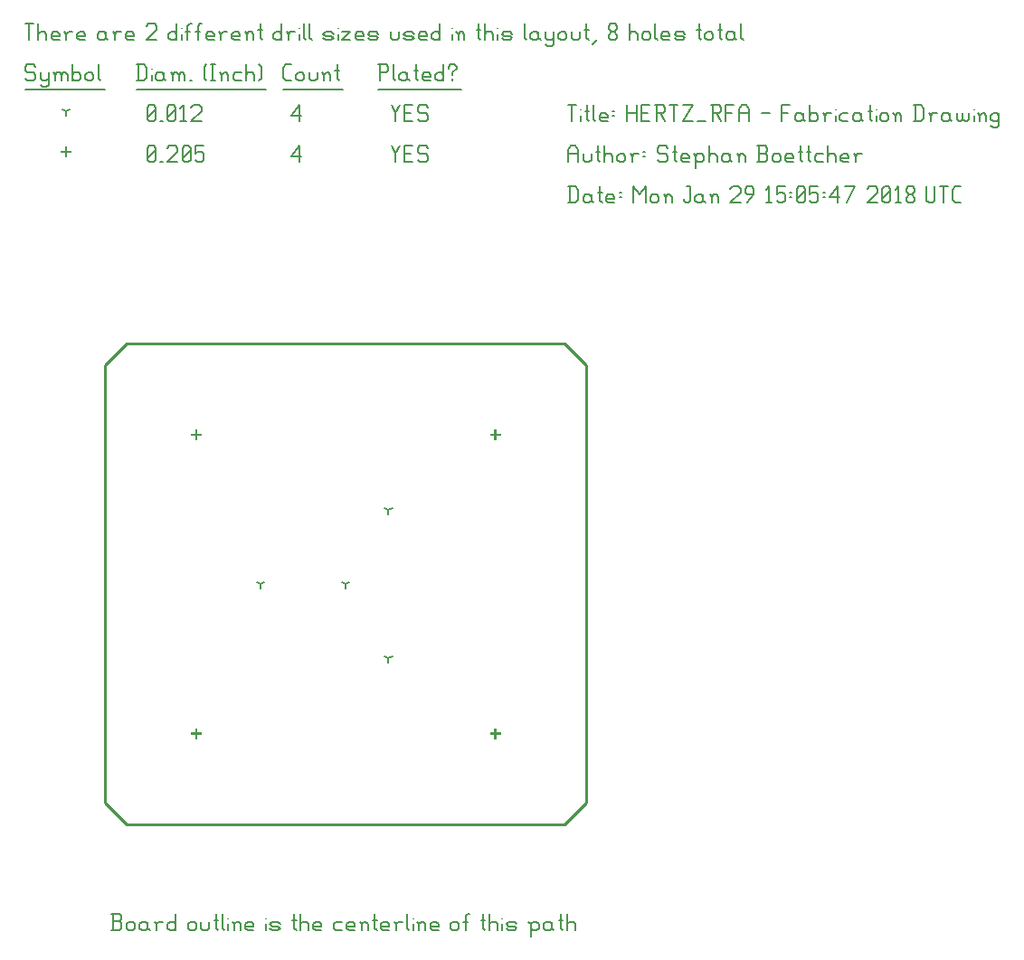
<source format=gbr>
G04 start of page 9 for group -3984 idx -3984 *
G04 Title: HERTZ_RFA, fab *
G04 Creator: pcb v4.0.2-gafeb62a8 *
G04 CreationDate: Mon Jan 29 15:05:47 2018 UTC *
G04 For: stephan *
G04 Format: Gerber/RS-274X *
G04 PCB-Dimensions (mil): 2362.20 2362.20 *
G04 PCB-Coordinate-Origin: lower left *
%MOIN*%
%FSLAX25Y25*%
%LNFAB*%
%ADD33C,0.0100*%
%ADD32C,0.0075*%
%ADD31C,0.0060*%
%ADD30R,0.0080X0.0080*%
G54D30*X62992Y174828D02*Y171628D01*
X61392Y173228D02*X64592D01*
X173228Y174828D02*Y171628D01*
X171628Y173228D02*X174828D01*
X62992Y64592D02*Y61392D01*
X61392Y62992D02*X64592D01*
X173228Y64592D02*Y61392D01*
X171628Y62992D02*X174828D01*
X15000Y279070D02*Y275870D01*
X13400Y277470D02*X16600D01*
G54D31*X135000Y279720D02*X136500Y276720D01*
X138000Y279720D01*
X136500Y276720D02*Y273720D01*
X139800Y277020D02*X142050D01*
X139800Y273720D02*X142800D01*
X139800Y279720D02*Y273720D01*
Y279720D02*X142800D01*
X147600D02*X148350Y278970D01*
X145350Y279720D02*X147600D01*
X144600Y278970D02*X145350Y279720D01*
X144600Y278970D02*Y277470D01*
X145350Y276720D01*
X147600D01*
X148350Y275970D01*
Y274470D01*
X147600Y273720D02*X148350Y274470D01*
X145350Y273720D02*X147600D01*
X144600Y274470D02*X145350Y273720D01*
X98000Y275970D02*X101000Y279720D01*
X98000Y275970D02*X101750D01*
X101000Y279720D02*Y273720D01*
X45000Y274470D02*X45750Y273720D01*
X45000Y278970D02*Y274470D01*
Y278970D02*X45750Y279720D01*
X47250D01*
X48000Y278970D01*
Y274470D01*
X47250Y273720D02*X48000Y274470D01*
X45750Y273720D02*X47250D01*
X45000Y275220D02*X48000Y278220D01*
X49800Y273720D02*X50550D01*
X52350Y278970D02*X53100Y279720D01*
X55350D01*
X56100Y278970D01*
Y277470D01*
X52350Y273720D02*X56100Y277470D01*
X52350Y273720D02*X56100D01*
X57900Y274470D02*X58650Y273720D01*
X57900Y278970D02*Y274470D01*
Y278970D02*X58650Y279720D01*
X60150D01*
X60900Y278970D01*
Y274470D01*
X60150Y273720D02*X60900Y274470D01*
X58650Y273720D02*X60150D01*
X57900Y275220D02*X60900Y278220D01*
X62700Y279720D02*X65700D01*
X62700D02*Y276720D01*
X63450Y277470D01*
X64950D01*
X65700Y276720D01*
Y274470D01*
X64950Y273720D02*X65700Y274470D01*
X63450Y273720D02*X64950D01*
X62700Y274470D02*X63450Y273720D01*
X118110Y118110D02*Y116510D01*
Y118110D02*X119497Y118910D01*
X118110Y118110D02*X116724Y118910D01*
X86614Y118110D02*Y116510D01*
Y118110D02*X88001Y118910D01*
X86614Y118110D02*X85228Y118910D01*
X133858Y145386D02*Y143786D01*
Y145386D02*X135245Y146186D01*
X133858Y145386D02*X132472Y146186D01*
X133858Y90835D02*Y89235D01*
Y90835D02*X135245Y91635D01*
X133858Y90835D02*X132472Y91635D01*
X15000Y292470D02*Y290870D01*
Y292470D02*X16387Y293270D01*
X15000Y292470D02*X13613Y293270D01*
X135000Y294720D02*X136500Y291720D01*
X138000Y294720D01*
X136500Y291720D02*Y288720D01*
X139800Y292020D02*X142050D01*
X139800Y288720D02*X142800D01*
X139800Y294720D02*Y288720D01*
Y294720D02*X142800D01*
X147600D02*X148350Y293970D01*
X145350Y294720D02*X147600D01*
X144600Y293970D02*X145350Y294720D01*
X144600Y293970D02*Y292470D01*
X145350Y291720D01*
X147600D01*
X148350Y290970D01*
Y289470D01*
X147600Y288720D02*X148350Y289470D01*
X145350Y288720D02*X147600D01*
X144600Y289470D02*X145350Y288720D01*
X98000Y290970D02*X101000Y294720D01*
X98000Y290970D02*X101750D01*
X101000Y294720D02*Y288720D01*
X45000Y289470D02*X45750Y288720D01*
X45000Y293970D02*Y289470D01*
Y293970D02*X45750Y294720D01*
X47250D01*
X48000Y293970D01*
Y289470D01*
X47250Y288720D02*X48000Y289470D01*
X45750Y288720D02*X47250D01*
X45000Y290220D02*X48000Y293220D01*
X49800Y288720D02*X50550D01*
X52350Y289470D02*X53100Y288720D01*
X52350Y293970D02*Y289470D01*
Y293970D02*X53100Y294720D01*
X54600D01*
X55350Y293970D01*
Y289470D01*
X54600Y288720D02*X55350Y289470D01*
X53100Y288720D02*X54600D01*
X52350Y290220D02*X55350Y293220D01*
X57150Y293520D02*X58350Y294720D01*
Y288720D01*
X57150D02*X59400D01*
X61200Y293970D02*X61950Y294720D01*
X64200D01*
X64950Y293970D01*
Y292470D01*
X61200Y288720D02*X64950Y292470D01*
X61200Y288720D02*X64950D01*
X3000Y309720D02*X3750Y308970D01*
X750Y309720D02*X3000D01*
X0Y308970D02*X750Y309720D01*
X0Y308970D02*Y307470D01*
X750Y306720D01*
X3000D01*
X3750Y305970D01*
Y304470D01*
X3000Y303720D02*X3750Y304470D01*
X750Y303720D02*X3000D01*
X0Y304470D02*X750Y303720D01*
X5550Y306720D02*Y304470D01*
X6300Y303720D01*
X8550Y306720D02*Y302220D01*
X7800Y301470D02*X8550Y302220D01*
X6300Y301470D02*X7800D01*
X5550Y302220D02*X6300Y301470D01*
Y303720D02*X7800D01*
X8550Y304470D01*
X11100Y305970D02*Y303720D01*
Y305970D02*X11850Y306720D01*
X12600D01*
X13350Y305970D01*
Y303720D01*
Y305970D02*X14100Y306720D01*
X14850D01*
X15600Y305970D01*
Y303720D01*
X10350Y306720D02*X11100Y305970D01*
X17400Y309720D02*Y303720D01*
Y304470D02*X18150Y303720D01*
X19650D01*
X20400Y304470D01*
Y305970D02*Y304470D01*
X19650Y306720D02*X20400Y305970D01*
X18150Y306720D02*X19650D01*
X17400Y305970D02*X18150Y306720D01*
X22200Y305970D02*Y304470D01*
Y305970D02*X22950Y306720D01*
X24450D01*
X25200Y305970D01*
Y304470D01*
X24450Y303720D02*X25200Y304470D01*
X22950Y303720D02*X24450D01*
X22200Y304470D02*X22950Y303720D01*
X27000Y309720D02*Y304470D01*
X27750Y303720D01*
X0Y300470D02*X29250D01*
X41750Y309720D02*Y303720D01*
X43700Y309720D02*X44750Y308670D01*
Y304770D01*
X43700Y303720D02*X44750Y304770D01*
X41000Y303720D02*X43700D01*
X41000Y309720D02*X43700D01*
G54D32*X46550Y308220D02*Y308070D01*
G54D31*Y305970D02*Y303720D01*
X50300Y306720D02*X51050Y305970D01*
X48800Y306720D02*X50300D01*
X48050Y305970D02*X48800Y306720D01*
X48050Y305970D02*Y304470D01*
X48800Y303720D01*
X51050Y306720D02*Y304470D01*
X51800Y303720D01*
X48800D02*X50300D01*
X51050Y304470D01*
X54350Y305970D02*Y303720D01*
Y305970D02*X55100Y306720D01*
X55850D01*
X56600Y305970D01*
Y303720D01*
Y305970D02*X57350Y306720D01*
X58100D01*
X58850Y305970D01*
Y303720D01*
X53600Y306720D02*X54350Y305970D01*
X60650Y303720D02*X61400D01*
X65900Y304470D02*X66650Y303720D01*
X65900Y308970D02*X66650Y309720D01*
X65900Y308970D02*Y304470D01*
X68450Y309720D02*X69950D01*
X69200D02*Y303720D01*
X68450D02*X69950D01*
X72500Y305970D02*Y303720D01*
Y305970D02*X73250Y306720D01*
X74000D01*
X74750Y305970D01*
Y303720D01*
X71750Y306720D02*X72500Y305970D01*
X77300Y306720D02*X79550D01*
X76550Y305970D02*X77300Y306720D01*
X76550Y305970D02*Y304470D01*
X77300Y303720D01*
X79550D01*
X81350Y309720D02*Y303720D01*
Y305970D02*X82100Y306720D01*
X83600D01*
X84350Y305970D01*
Y303720D01*
X86150Y309720D02*X86900Y308970D01*
Y304470D01*
X86150Y303720D02*X86900Y304470D01*
X41000Y300470D02*X88700D01*
X96050Y303720D02*X98000D01*
X95000Y304770D02*X96050Y303720D01*
X95000Y308670D02*Y304770D01*
Y308670D02*X96050Y309720D01*
X98000D01*
X99800Y305970D02*Y304470D01*
Y305970D02*X100550Y306720D01*
X102050D01*
X102800Y305970D01*
Y304470D01*
X102050Y303720D02*X102800Y304470D01*
X100550Y303720D02*X102050D01*
X99800Y304470D02*X100550Y303720D01*
X104600Y306720D02*Y304470D01*
X105350Y303720D01*
X106850D01*
X107600Y304470D01*
Y306720D02*Y304470D01*
X110150Y305970D02*Y303720D01*
Y305970D02*X110900Y306720D01*
X111650D01*
X112400Y305970D01*
Y303720D01*
X109400Y306720D02*X110150Y305970D01*
X114950Y309720D02*Y304470D01*
X115700Y303720D01*
X114200Y307470D02*X115700D01*
X95000Y300470D02*X117200D01*
X130750Y309720D02*Y303720D01*
X130000Y309720D02*X133000D01*
X133750Y308970D01*
Y307470D01*
X133000Y306720D02*X133750Y307470D01*
X130750Y306720D02*X133000D01*
X135550Y309720D02*Y304470D01*
X136300Y303720D01*
X140050Y306720D02*X140800Y305970D01*
X138550Y306720D02*X140050D01*
X137800Y305970D02*X138550Y306720D01*
X137800Y305970D02*Y304470D01*
X138550Y303720D01*
X140800Y306720D02*Y304470D01*
X141550Y303720D01*
X138550D02*X140050D01*
X140800Y304470D01*
X144100Y309720D02*Y304470D01*
X144850Y303720D01*
X143350Y307470D02*X144850D01*
X147100Y303720D02*X149350D01*
X146350Y304470D02*X147100Y303720D01*
X146350Y305970D02*Y304470D01*
Y305970D02*X147100Y306720D01*
X148600D01*
X149350Y305970D01*
X146350Y305220D02*X149350D01*
Y305970D02*Y305220D01*
X154150Y309720D02*Y303720D01*
X153400D02*X154150Y304470D01*
X151900Y303720D02*X153400D01*
X151150Y304470D02*X151900Y303720D01*
X151150Y305970D02*Y304470D01*
Y305970D02*X151900Y306720D01*
X153400D01*
X154150Y305970D01*
X157450Y306720D02*Y305970D01*
Y304470D02*Y303720D01*
X155950Y308970D02*Y308220D01*
Y308970D02*X156700Y309720D01*
X158200D01*
X158950Y308970D01*
Y308220D01*
X157450Y306720D02*X158950Y308220D01*
X130000Y300470D02*X160750D01*
X0Y324720D02*X3000D01*
X1500D02*Y318720D01*
X4800Y324720D02*Y318720D01*
Y320970D02*X5550Y321720D01*
X7050D01*
X7800Y320970D01*
Y318720D01*
X10350D02*X12600D01*
X9600Y319470D02*X10350Y318720D01*
X9600Y320970D02*Y319470D01*
Y320970D02*X10350Y321720D01*
X11850D01*
X12600Y320970D01*
X9600Y320220D02*X12600D01*
Y320970D02*Y320220D01*
X15150Y320970D02*Y318720D01*
Y320970D02*X15900Y321720D01*
X17400D01*
X14400D02*X15150Y320970D01*
X19950Y318720D02*X22200D01*
X19200Y319470D02*X19950Y318720D01*
X19200Y320970D02*Y319470D01*
Y320970D02*X19950Y321720D01*
X21450D01*
X22200Y320970D01*
X19200Y320220D02*X22200D01*
Y320970D02*Y320220D01*
X28950Y321720D02*X29700Y320970D01*
X27450Y321720D02*X28950D01*
X26700Y320970D02*X27450Y321720D01*
X26700Y320970D02*Y319470D01*
X27450Y318720D01*
X29700Y321720D02*Y319470D01*
X30450Y318720D01*
X27450D02*X28950D01*
X29700Y319470D01*
X33000Y320970D02*Y318720D01*
Y320970D02*X33750Y321720D01*
X35250D01*
X32250D02*X33000Y320970D01*
X37800Y318720D02*X40050D01*
X37050Y319470D02*X37800Y318720D01*
X37050Y320970D02*Y319470D01*
Y320970D02*X37800Y321720D01*
X39300D01*
X40050Y320970D01*
X37050Y320220D02*X40050D01*
Y320970D02*Y320220D01*
X44550Y323970D02*X45300Y324720D01*
X47550D01*
X48300Y323970D01*
Y322470D01*
X44550Y318720D02*X48300Y322470D01*
X44550Y318720D02*X48300D01*
X55800Y324720D02*Y318720D01*
X55050D02*X55800Y319470D01*
X53550Y318720D02*X55050D01*
X52800Y319470D02*X53550Y318720D01*
X52800Y320970D02*Y319470D01*
Y320970D02*X53550Y321720D01*
X55050D01*
X55800Y320970D01*
G54D32*X57600Y323220D02*Y323070D01*
G54D31*Y320970D02*Y318720D01*
X59850Y323970D02*Y318720D01*
Y323970D02*X60600Y324720D01*
X61350D01*
X59100Y321720D02*X60600D01*
X63600Y323970D02*Y318720D01*
Y323970D02*X64350Y324720D01*
X65100D01*
X62850Y321720D02*X64350D01*
X67350Y318720D02*X69600D01*
X66600Y319470D02*X67350Y318720D01*
X66600Y320970D02*Y319470D01*
Y320970D02*X67350Y321720D01*
X68850D01*
X69600Y320970D01*
X66600Y320220D02*X69600D01*
Y320970D02*Y320220D01*
X72150Y320970D02*Y318720D01*
Y320970D02*X72900Y321720D01*
X74400D01*
X71400D02*X72150Y320970D01*
X76950Y318720D02*X79200D01*
X76200Y319470D02*X76950Y318720D01*
X76200Y320970D02*Y319470D01*
Y320970D02*X76950Y321720D01*
X78450D01*
X79200Y320970D01*
X76200Y320220D02*X79200D01*
Y320970D02*Y320220D01*
X81750Y320970D02*Y318720D01*
Y320970D02*X82500Y321720D01*
X83250D01*
X84000Y320970D01*
Y318720D01*
X81000Y321720D02*X81750Y320970D01*
X86550Y324720D02*Y319470D01*
X87300Y318720D01*
X85800Y322470D02*X87300D01*
X94500Y324720D02*Y318720D01*
X93750D02*X94500Y319470D01*
X92250Y318720D02*X93750D01*
X91500Y319470D02*X92250Y318720D01*
X91500Y320970D02*Y319470D01*
Y320970D02*X92250Y321720D01*
X93750D01*
X94500Y320970D01*
X97050D02*Y318720D01*
Y320970D02*X97800Y321720D01*
X99300D01*
X96300D02*X97050Y320970D01*
G54D32*X101100Y323220D02*Y323070D01*
G54D31*Y320970D02*Y318720D01*
X102600Y324720D02*Y319470D01*
X103350Y318720D01*
X104850Y324720D02*Y319470D01*
X105600Y318720D01*
X110550D02*X112800D01*
X113550Y319470D01*
X112800Y320220D02*X113550Y319470D01*
X110550Y320220D02*X112800D01*
X109800Y320970D02*X110550Y320220D01*
X109800Y320970D02*X110550Y321720D01*
X112800D01*
X113550Y320970D01*
X109800Y319470D02*X110550Y318720D01*
G54D32*X115350Y323220D02*Y323070D01*
G54D31*Y320970D02*Y318720D01*
X116850Y321720D02*X119850D01*
X116850Y318720D02*X119850Y321720D01*
X116850Y318720D02*X119850D01*
X122400D02*X124650D01*
X121650Y319470D02*X122400Y318720D01*
X121650Y320970D02*Y319470D01*
Y320970D02*X122400Y321720D01*
X123900D01*
X124650Y320970D01*
X121650Y320220D02*X124650D01*
Y320970D02*Y320220D01*
X127200Y318720D02*X129450D01*
X130200Y319470D01*
X129450Y320220D02*X130200Y319470D01*
X127200Y320220D02*X129450D01*
X126450Y320970D02*X127200Y320220D01*
X126450Y320970D02*X127200Y321720D01*
X129450D01*
X130200Y320970D01*
X126450Y319470D02*X127200Y318720D01*
X134700Y321720D02*Y319470D01*
X135450Y318720D01*
X136950D01*
X137700Y319470D01*
Y321720D02*Y319470D01*
X140250Y318720D02*X142500D01*
X143250Y319470D01*
X142500Y320220D02*X143250Y319470D01*
X140250Y320220D02*X142500D01*
X139500Y320970D02*X140250Y320220D01*
X139500Y320970D02*X140250Y321720D01*
X142500D01*
X143250Y320970D01*
X139500Y319470D02*X140250Y318720D01*
X145800D02*X148050D01*
X145050Y319470D02*X145800Y318720D01*
X145050Y320970D02*Y319470D01*
Y320970D02*X145800Y321720D01*
X147300D01*
X148050Y320970D01*
X145050Y320220D02*X148050D01*
Y320970D02*Y320220D01*
X152850Y324720D02*Y318720D01*
X152100D02*X152850Y319470D01*
X150600Y318720D02*X152100D01*
X149850Y319470D02*X150600Y318720D01*
X149850Y320970D02*Y319470D01*
Y320970D02*X150600Y321720D01*
X152100D01*
X152850Y320970D01*
G54D32*X157350Y323220D02*Y323070D01*
G54D31*Y320970D02*Y318720D01*
X159600Y320970D02*Y318720D01*
Y320970D02*X160350Y321720D01*
X161100D01*
X161850Y320970D01*
Y318720D01*
X158850Y321720D02*X159600Y320970D01*
X167100Y324720D02*Y319470D01*
X167850Y318720D01*
X166350Y322470D02*X167850D01*
X169350Y324720D02*Y318720D01*
Y320970D02*X170100Y321720D01*
X171600D01*
X172350Y320970D01*
Y318720D01*
G54D32*X174150Y323220D02*Y323070D01*
G54D31*Y320970D02*Y318720D01*
X176400D02*X178650D01*
X179400Y319470D01*
X178650Y320220D02*X179400Y319470D01*
X176400Y320220D02*X178650D01*
X175650Y320970D02*X176400Y320220D01*
X175650Y320970D02*X176400Y321720D01*
X178650D01*
X179400Y320970D01*
X175650Y319470D02*X176400Y318720D01*
X183900Y324720D02*Y319470D01*
X184650Y318720D01*
X188400Y321720D02*X189150Y320970D01*
X186900Y321720D02*X188400D01*
X186150Y320970D02*X186900Y321720D01*
X186150Y320970D02*Y319470D01*
X186900Y318720D01*
X189150Y321720D02*Y319470D01*
X189900Y318720D01*
X186900D02*X188400D01*
X189150Y319470D01*
X191700Y321720D02*Y319470D01*
X192450Y318720D01*
X194700Y321720D02*Y317220D01*
X193950Y316470D02*X194700Y317220D01*
X192450Y316470D02*X193950D01*
X191700Y317220D02*X192450Y316470D01*
Y318720D02*X193950D01*
X194700Y319470D01*
X196500Y320970D02*Y319470D01*
Y320970D02*X197250Y321720D01*
X198750D01*
X199500Y320970D01*
Y319470D01*
X198750Y318720D02*X199500Y319470D01*
X197250Y318720D02*X198750D01*
X196500Y319470D02*X197250Y318720D01*
X201300Y321720D02*Y319470D01*
X202050Y318720D01*
X203550D01*
X204300Y319470D01*
Y321720D02*Y319470D01*
X206850Y324720D02*Y319470D01*
X207600Y318720D01*
X206100Y322470D02*X207600D01*
X209100Y317220D02*X210600Y318720D01*
X215100Y319470D02*X215850Y318720D01*
X215100Y320670D02*Y319470D01*
Y320670D02*X216150Y321720D01*
X217050D01*
X218100Y320670D01*
Y319470D01*
X217350Y318720D02*X218100Y319470D01*
X215850Y318720D02*X217350D01*
X215100Y322770D02*X216150Y321720D01*
X215100Y323970D02*Y322770D01*
Y323970D02*X215850Y324720D01*
X217350D01*
X218100Y323970D01*
Y322770D01*
X217050Y321720D02*X218100Y322770D01*
X222600Y324720D02*Y318720D01*
Y320970D02*X223350Y321720D01*
X224850D01*
X225600Y320970D01*
Y318720D01*
X227400Y320970D02*Y319470D01*
Y320970D02*X228150Y321720D01*
X229650D01*
X230400Y320970D01*
Y319470D01*
X229650Y318720D02*X230400Y319470D01*
X228150Y318720D02*X229650D01*
X227400Y319470D02*X228150Y318720D01*
X232200Y324720D02*Y319470D01*
X232950Y318720D01*
X235200D02*X237450D01*
X234450Y319470D02*X235200Y318720D01*
X234450Y320970D02*Y319470D01*
Y320970D02*X235200Y321720D01*
X236700D01*
X237450Y320970D01*
X234450Y320220D02*X237450D01*
Y320970D02*Y320220D01*
X240000Y318720D02*X242250D01*
X243000Y319470D01*
X242250Y320220D02*X243000Y319470D01*
X240000Y320220D02*X242250D01*
X239250Y320970D02*X240000Y320220D01*
X239250Y320970D02*X240000Y321720D01*
X242250D01*
X243000Y320970D01*
X239250Y319470D02*X240000Y318720D01*
X248250Y324720D02*Y319470D01*
X249000Y318720D01*
X247500Y322470D02*X249000D01*
X250500Y320970D02*Y319470D01*
Y320970D02*X251250Y321720D01*
X252750D01*
X253500Y320970D01*
Y319470D01*
X252750Y318720D02*X253500Y319470D01*
X251250Y318720D02*X252750D01*
X250500Y319470D02*X251250Y318720D01*
X256050Y324720D02*Y319470D01*
X256800Y318720D01*
X255300Y322470D02*X256800D01*
X260550Y321720D02*X261300Y320970D01*
X259050Y321720D02*X260550D01*
X258300Y320970D02*X259050Y321720D01*
X258300Y320970D02*Y319470D01*
X259050Y318720D01*
X261300Y321720D02*Y319470D01*
X262050Y318720D01*
X259050D02*X260550D01*
X261300Y319470D01*
X263850Y324720D02*Y319470D01*
X264600Y318720D01*
G54D33*X29528Y198819D02*Y37402D01*
X37402Y206693D02*X198819D01*
X206693Y198819D02*Y37402D01*
X198819Y29528D02*X37402D01*
X198819Y206693D02*X206693Y198819D01*
X37402Y206693D02*X29528Y198819D01*
Y37402D02*X37402Y29528D01*
X206693Y37402D02*X198819Y29528D01*
G54D31*X31785Y-9500D02*X34785D01*
X35535Y-8750D01*
Y-6950D02*Y-8750D01*
X34785Y-6200D02*X35535Y-6950D01*
X32535Y-6200D02*X34785D01*
X32535Y-3500D02*Y-9500D01*
X31785Y-3500D02*X34785D01*
X35535Y-4250D01*
Y-5450D01*
X34785Y-6200D02*X35535Y-5450D01*
X37335Y-7250D02*Y-8750D01*
Y-7250D02*X38085Y-6500D01*
X39585D01*
X40335Y-7250D01*
Y-8750D01*
X39585Y-9500D02*X40335Y-8750D01*
X38085Y-9500D02*X39585D01*
X37335Y-8750D02*X38085Y-9500D01*
X44385Y-6500D02*X45135Y-7250D01*
X42885Y-6500D02*X44385D01*
X42135Y-7250D02*X42885Y-6500D01*
X42135Y-7250D02*Y-8750D01*
X42885Y-9500D01*
X45135Y-6500D02*Y-8750D01*
X45885Y-9500D01*
X42885D02*X44385D01*
X45135Y-8750D01*
X48435Y-7250D02*Y-9500D01*
Y-7250D02*X49185Y-6500D01*
X50685D01*
X47685D02*X48435Y-7250D01*
X55485Y-3500D02*Y-9500D01*
X54735D02*X55485Y-8750D01*
X53235Y-9500D02*X54735D01*
X52485Y-8750D02*X53235Y-9500D01*
X52485Y-7250D02*Y-8750D01*
Y-7250D02*X53235Y-6500D01*
X54735D01*
X55485Y-7250D01*
X59985D02*Y-8750D01*
Y-7250D02*X60735Y-6500D01*
X62235D01*
X62985Y-7250D01*
Y-8750D01*
X62235Y-9500D02*X62985Y-8750D01*
X60735Y-9500D02*X62235D01*
X59985Y-8750D02*X60735Y-9500D01*
X64785Y-6500D02*Y-8750D01*
X65535Y-9500D01*
X67035D01*
X67785Y-8750D01*
Y-6500D02*Y-8750D01*
X70335Y-3500D02*Y-8750D01*
X71085Y-9500D01*
X69585Y-5750D02*X71085D01*
X72585Y-3500D02*Y-8750D01*
X73335Y-9500D01*
G54D32*X74835Y-5000D02*Y-5150D01*
G54D31*Y-7250D02*Y-9500D01*
X77085Y-7250D02*Y-9500D01*
Y-7250D02*X77835Y-6500D01*
X78585D01*
X79335Y-7250D01*
Y-9500D01*
X76335Y-6500D02*X77085Y-7250D01*
X81885Y-9500D02*X84135D01*
X81135Y-8750D02*X81885Y-9500D01*
X81135Y-7250D02*Y-8750D01*
Y-7250D02*X81885Y-6500D01*
X83385D01*
X84135Y-7250D01*
X81135Y-8000D02*X84135D01*
Y-7250D02*Y-8000D01*
G54D32*X88635Y-5000D02*Y-5150D01*
G54D31*Y-7250D02*Y-9500D01*
X90885D02*X93135D01*
X93885Y-8750D01*
X93135Y-8000D02*X93885Y-8750D01*
X90885Y-8000D02*X93135D01*
X90135Y-7250D02*X90885Y-8000D01*
X90135Y-7250D02*X90885Y-6500D01*
X93135D01*
X93885Y-7250D01*
X90135Y-8750D02*X90885Y-9500D01*
X99135Y-3500D02*Y-8750D01*
X99885Y-9500D01*
X98385Y-5750D02*X99885D01*
X101385Y-3500D02*Y-9500D01*
Y-7250D02*X102135Y-6500D01*
X103635D01*
X104385Y-7250D01*
Y-9500D01*
X106935D02*X109185D01*
X106185Y-8750D02*X106935Y-9500D01*
X106185Y-7250D02*Y-8750D01*
Y-7250D02*X106935Y-6500D01*
X108435D01*
X109185Y-7250D01*
X106185Y-8000D02*X109185D01*
Y-7250D02*Y-8000D01*
X114435Y-6500D02*X116685D01*
X113685Y-7250D02*X114435Y-6500D01*
X113685Y-7250D02*Y-8750D01*
X114435Y-9500D01*
X116685D01*
X119235D02*X121485D01*
X118485Y-8750D02*X119235Y-9500D01*
X118485Y-7250D02*Y-8750D01*
Y-7250D02*X119235Y-6500D01*
X120735D01*
X121485Y-7250D01*
X118485Y-8000D02*X121485D01*
Y-7250D02*Y-8000D01*
X124035Y-7250D02*Y-9500D01*
Y-7250D02*X124785Y-6500D01*
X125535D01*
X126285Y-7250D01*
Y-9500D01*
X123285Y-6500D02*X124035Y-7250D01*
X128835Y-3500D02*Y-8750D01*
X129585Y-9500D01*
X128085Y-5750D02*X129585D01*
X131835Y-9500D02*X134085D01*
X131085Y-8750D02*X131835Y-9500D01*
X131085Y-7250D02*Y-8750D01*
Y-7250D02*X131835Y-6500D01*
X133335D01*
X134085Y-7250D01*
X131085Y-8000D02*X134085D01*
Y-7250D02*Y-8000D01*
X136635Y-7250D02*Y-9500D01*
Y-7250D02*X137385Y-6500D01*
X138885D01*
X135885D02*X136635Y-7250D01*
X140685Y-3500D02*Y-8750D01*
X141435Y-9500D01*
G54D32*X142935Y-5000D02*Y-5150D01*
G54D31*Y-7250D02*Y-9500D01*
X145185Y-7250D02*Y-9500D01*
Y-7250D02*X145935Y-6500D01*
X146685D01*
X147435Y-7250D01*
Y-9500D01*
X144435Y-6500D02*X145185Y-7250D01*
X149985Y-9500D02*X152235D01*
X149235Y-8750D02*X149985Y-9500D01*
X149235Y-7250D02*Y-8750D01*
Y-7250D02*X149985Y-6500D01*
X151485D01*
X152235Y-7250D01*
X149235Y-8000D02*X152235D01*
Y-7250D02*Y-8000D01*
X156735Y-7250D02*Y-8750D01*
Y-7250D02*X157485Y-6500D01*
X158985D01*
X159735Y-7250D01*
Y-8750D01*
X158985Y-9500D02*X159735Y-8750D01*
X157485Y-9500D02*X158985D01*
X156735Y-8750D02*X157485Y-9500D01*
X162285Y-4250D02*Y-9500D01*
Y-4250D02*X163035Y-3500D01*
X163785D01*
X161535Y-6500D02*X163035D01*
X168735Y-3500D02*Y-8750D01*
X169485Y-9500D01*
X167985Y-5750D02*X169485D01*
X170985Y-3500D02*Y-9500D01*
Y-7250D02*X171735Y-6500D01*
X173235D01*
X173985Y-7250D01*
Y-9500D01*
G54D32*X175785Y-5000D02*Y-5150D01*
G54D31*Y-7250D02*Y-9500D01*
X178035D02*X180285D01*
X181035Y-8750D01*
X180285Y-8000D02*X181035Y-8750D01*
X178035Y-8000D02*X180285D01*
X177285Y-7250D02*X178035Y-8000D01*
X177285Y-7250D02*X178035Y-6500D01*
X180285D01*
X181035Y-7250D01*
X177285Y-8750D02*X178035Y-9500D01*
X186285Y-7250D02*Y-11750D01*
X185535Y-6500D02*X186285Y-7250D01*
X187035Y-6500D01*
X188535D01*
X189285Y-7250D01*
Y-8750D01*
X188535Y-9500D02*X189285Y-8750D01*
X187035Y-9500D02*X188535D01*
X186285Y-8750D02*X187035Y-9500D01*
X193335Y-6500D02*X194085Y-7250D01*
X191835Y-6500D02*X193335D01*
X191085Y-7250D02*X191835Y-6500D01*
X191085Y-7250D02*Y-8750D01*
X191835Y-9500D01*
X194085Y-6500D02*Y-8750D01*
X194835Y-9500D01*
X191835D02*X193335D01*
X194085Y-8750D01*
X197385Y-3500D02*Y-8750D01*
X198135Y-9500D01*
X196635Y-5750D02*X198135D01*
X199635Y-3500D02*Y-9500D01*
Y-7250D02*X200385Y-6500D01*
X201885D01*
X202635Y-7250D01*
Y-9500D01*
X200750Y264720D02*Y258720D01*
X202700Y264720D02*X203750Y263670D01*
Y259770D01*
X202700Y258720D02*X203750Y259770D01*
X200000Y258720D02*X202700D01*
X200000Y264720D02*X202700D01*
X207800Y261720D02*X208550Y260970D01*
X206300Y261720D02*X207800D01*
X205550Y260970D02*X206300Y261720D01*
X205550Y260970D02*Y259470D01*
X206300Y258720D01*
X208550Y261720D02*Y259470D01*
X209300Y258720D01*
X206300D02*X207800D01*
X208550Y259470D01*
X211850Y264720D02*Y259470D01*
X212600Y258720D01*
X211100Y262470D02*X212600D01*
X214850Y258720D02*X217100D01*
X214100Y259470D02*X214850Y258720D01*
X214100Y260970D02*Y259470D01*
Y260970D02*X214850Y261720D01*
X216350D01*
X217100Y260970D01*
X214100Y260220D02*X217100D01*
Y260970D02*Y260220D01*
X218900Y262470D02*X219650D01*
X218900Y260970D02*X219650D01*
X224150Y264720D02*Y258720D01*
Y264720D02*X226400Y261720D01*
X228650Y264720D01*
Y258720D01*
X230450Y260970D02*Y259470D01*
Y260970D02*X231200Y261720D01*
X232700D01*
X233450Y260970D01*
Y259470D01*
X232700Y258720D02*X233450Y259470D01*
X231200Y258720D02*X232700D01*
X230450Y259470D02*X231200Y258720D01*
X236000Y260970D02*Y258720D01*
Y260970D02*X236750Y261720D01*
X237500D01*
X238250Y260970D01*
Y258720D01*
X235250Y261720D02*X236000Y260970D01*
X243800Y264720D02*X245000D01*
Y259470D01*
X244250Y258720D02*X245000Y259470D01*
X243500Y258720D02*X244250D01*
X242750Y259470D02*X243500Y258720D01*
X242750Y260220D02*Y259470D01*
X249050Y261720D02*X249800Y260970D01*
X247550Y261720D02*X249050D01*
X246800Y260970D02*X247550Y261720D01*
X246800Y260970D02*Y259470D01*
X247550Y258720D01*
X249800Y261720D02*Y259470D01*
X250550Y258720D01*
X247550D02*X249050D01*
X249800Y259470D01*
X253100Y260970D02*Y258720D01*
Y260970D02*X253850Y261720D01*
X254600D01*
X255350Y260970D01*
Y258720D01*
X252350Y261720D02*X253100Y260970D01*
X259850Y263970D02*X260600Y264720D01*
X262850D01*
X263600Y263970D01*
Y262470D01*
X259850Y258720D02*X263600Y262470D01*
X259850Y258720D02*X263600D01*
X266150D02*X268400Y261720D01*
Y263970D02*Y261720D01*
X267650Y264720D02*X268400Y263970D01*
X266150Y264720D02*X267650D01*
X265400Y263970D02*X266150Y264720D01*
X265400Y263970D02*Y262470D01*
X266150Y261720D01*
X268400D01*
X272900Y263520D02*X274100Y264720D01*
Y258720D01*
X272900D02*X275150D01*
X276950Y264720D02*X279950D01*
X276950D02*Y261720D01*
X277700Y262470D01*
X279200D01*
X279950Y261720D01*
Y259470D01*
X279200Y258720D02*X279950Y259470D01*
X277700Y258720D02*X279200D01*
X276950Y259470D02*X277700Y258720D01*
X281750Y262470D02*X282500D01*
X281750Y260970D02*X282500D01*
X284300Y259470D02*X285050Y258720D01*
X284300Y263970D02*Y259470D01*
Y263970D02*X285050Y264720D01*
X286550D01*
X287300Y263970D01*
Y259470D01*
X286550Y258720D02*X287300Y259470D01*
X285050Y258720D02*X286550D01*
X284300Y260220D02*X287300Y263220D01*
X289100Y264720D02*X292100D01*
X289100D02*Y261720D01*
X289850Y262470D01*
X291350D01*
X292100Y261720D01*
Y259470D01*
X291350Y258720D02*X292100Y259470D01*
X289850Y258720D02*X291350D01*
X289100Y259470D02*X289850Y258720D01*
X293900Y262470D02*X294650D01*
X293900Y260970D02*X294650D01*
X296450D02*X299450Y264720D01*
X296450Y260970D02*X300200D01*
X299450Y264720D02*Y258720D01*
X302750D02*X305750Y264720D01*
X302000D02*X305750D01*
X310250Y263970D02*X311000Y264720D01*
X313250D01*
X314000Y263970D01*
Y262470D01*
X310250Y258720D02*X314000Y262470D01*
X310250Y258720D02*X314000D01*
X315800Y259470D02*X316550Y258720D01*
X315800Y263970D02*Y259470D01*
Y263970D02*X316550Y264720D01*
X318050D01*
X318800Y263970D01*
Y259470D01*
X318050Y258720D02*X318800Y259470D01*
X316550Y258720D02*X318050D01*
X315800Y260220D02*X318800Y263220D01*
X320600Y263520D02*X321800Y264720D01*
Y258720D01*
X320600D02*X322850D01*
X324650Y259470D02*X325400Y258720D01*
X324650Y260670D02*Y259470D01*
Y260670D02*X325700Y261720D01*
X326600D01*
X327650Y260670D01*
Y259470D01*
X326900Y258720D02*X327650Y259470D01*
X325400Y258720D02*X326900D01*
X324650Y262770D02*X325700Y261720D01*
X324650Y263970D02*Y262770D01*
Y263970D02*X325400Y264720D01*
X326900D01*
X327650Y263970D01*
Y262770D01*
X326600Y261720D02*X327650Y262770D01*
X332150Y264720D02*Y259470D01*
X332900Y258720D01*
X334400D01*
X335150Y259470D01*
Y264720D02*Y259470D01*
X336950Y264720D02*X339950D01*
X338450D02*Y258720D01*
X342800D02*X344750D01*
X341750Y259770D02*X342800Y258720D01*
X341750Y263670D02*Y259770D01*
Y263670D02*X342800Y264720D01*
X344750D01*
X200000Y278220D02*Y273720D01*
Y278220D02*X201050Y279720D01*
X202700D01*
X203750Y278220D01*
Y273720D01*
X200000Y276720D02*X203750D01*
X205550D02*Y274470D01*
X206300Y273720D01*
X207800D01*
X208550Y274470D01*
Y276720D02*Y274470D01*
X211100Y279720D02*Y274470D01*
X211850Y273720D01*
X210350Y277470D02*X211850D01*
X213350Y279720D02*Y273720D01*
Y275970D02*X214100Y276720D01*
X215600D01*
X216350Y275970D01*
Y273720D01*
X218150Y275970D02*Y274470D01*
Y275970D02*X218900Y276720D01*
X220400D01*
X221150Y275970D01*
Y274470D01*
X220400Y273720D02*X221150Y274470D01*
X218900Y273720D02*X220400D01*
X218150Y274470D02*X218900Y273720D01*
X223700Y275970D02*Y273720D01*
Y275970D02*X224450Y276720D01*
X225950D01*
X222950D02*X223700Y275970D01*
X227750Y277470D02*X228500D01*
X227750Y275970D02*X228500D01*
X236000Y279720D02*X236750Y278970D01*
X233750Y279720D02*X236000D01*
X233000Y278970D02*X233750Y279720D01*
X233000Y278970D02*Y277470D01*
X233750Y276720D01*
X236000D01*
X236750Y275970D01*
Y274470D01*
X236000Y273720D02*X236750Y274470D01*
X233750Y273720D02*X236000D01*
X233000Y274470D02*X233750Y273720D01*
X239300Y279720D02*Y274470D01*
X240050Y273720D01*
X238550Y277470D02*X240050D01*
X242300Y273720D02*X244550D01*
X241550Y274470D02*X242300Y273720D01*
X241550Y275970D02*Y274470D01*
Y275970D02*X242300Y276720D01*
X243800D01*
X244550Y275970D01*
X241550Y275220D02*X244550D01*
Y275970D02*Y275220D01*
X247100Y275970D02*Y271470D01*
X246350Y276720D02*X247100Y275970D01*
X247850Y276720D01*
X249350D01*
X250100Y275970D01*
Y274470D01*
X249350Y273720D02*X250100Y274470D01*
X247850Y273720D02*X249350D01*
X247100Y274470D02*X247850Y273720D01*
X251900Y279720D02*Y273720D01*
Y275970D02*X252650Y276720D01*
X254150D01*
X254900Y275970D01*
Y273720D01*
X258950Y276720D02*X259700Y275970D01*
X257450Y276720D02*X258950D01*
X256700Y275970D02*X257450Y276720D01*
X256700Y275970D02*Y274470D01*
X257450Y273720D01*
X259700Y276720D02*Y274470D01*
X260450Y273720D01*
X257450D02*X258950D01*
X259700Y274470D01*
X263000Y275970D02*Y273720D01*
Y275970D02*X263750Y276720D01*
X264500D01*
X265250Y275970D01*
Y273720D01*
X262250Y276720D02*X263000Y275970D01*
X269750Y273720D02*X272750D01*
X273500Y274470D01*
Y276270D02*Y274470D01*
X272750Y277020D02*X273500Y276270D01*
X270500Y277020D02*X272750D01*
X270500Y279720D02*Y273720D01*
X269750Y279720D02*X272750D01*
X273500Y278970D01*
Y277770D01*
X272750Y277020D02*X273500Y277770D01*
X275300Y275970D02*Y274470D01*
Y275970D02*X276050Y276720D01*
X277550D01*
X278300Y275970D01*
Y274470D01*
X277550Y273720D02*X278300Y274470D01*
X276050Y273720D02*X277550D01*
X275300Y274470D02*X276050Y273720D01*
X280850D02*X283100D01*
X280100Y274470D02*X280850Y273720D01*
X280100Y275970D02*Y274470D01*
Y275970D02*X280850Y276720D01*
X282350D01*
X283100Y275970D01*
X280100Y275220D02*X283100D01*
Y275970D02*Y275220D01*
X285650Y279720D02*Y274470D01*
X286400Y273720D01*
X284900Y277470D02*X286400D01*
X288650Y279720D02*Y274470D01*
X289400Y273720D01*
X287900Y277470D02*X289400D01*
X291650Y276720D02*X293900D01*
X290900Y275970D02*X291650Y276720D01*
X290900Y275970D02*Y274470D01*
X291650Y273720D01*
X293900D01*
X295700Y279720D02*Y273720D01*
Y275970D02*X296450Y276720D01*
X297950D01*
X298700Y275970D01*
Y273720D01*
X301250D02*X303500D01*
X300500Y274470D02*X301250Y273720D01*
X300500Y275970D02*Y274470D01*
Y275970D02*X301250Y276720D01*
X302750D01*
X303500Y275970D01*
X300500Y275220D02*X303500D01*
Y275970D02*Y275220D01*
X306050Y275970D02*Y273720D01*
Y275970D02*X306800Y276720D01*
X308300D01*
X305300D02*X306050Y275970D01*
X200000Y294720D02*X203000D01*
X201500D02*Y288720D01*
G54D32*X204800Y293220D02*Y293070D01*
G54D31*Y290970D02*Y288720D01*
X207050Y294720D02*Y289470D01*
X207800Y288720D01*
X206300Y292470D02*X207800D01*
X209300Y294720D02*Y289470D01*
X210050Y288720D01*
X212300D02*X214550D01*
X211550Y289470D02*X212300Y288720D01*
X211550Y290970D02*Y289470D01*
Y290970D02*X212300Y291720D01*
X213800D01*
X214550Y290970D01*
X211550Y290220D02*X214550D01*
Y290970D02*Y290220D01*
X216350Y292470D02*X217100D01*
X216350Y290970D02*X217100D01*
X221600Y294720D02*Y288720D01*
X225350Y294720D02*Y288720D01*
X221600Y291720D02*X225350D01*
X227150Y292020D02*X229400D01*
X227150Y288720D02*X230150D01*
X227150Y294720D02*Y288720D01*
Y294720D02*X230150D01*
X231950D02*X234950D01*
X235700Y293970D01*
Y292470D01*
X234950Y291720D02*X235700Y292470D01*
X232700Y291720D02*X234950D01*
X232700Y294720D02*Y288720D01*
X233900Y291720D02*X235700Y288720D01*
X237500Y294720D02*X240500D01*
X239000D02*Y288720D01*
X242300Y294720D02*X246050D01*
X242300Y288720D02*X246050Y294720D01*
X242300Y288720D02*X246050D01*
X247850D02*X250850D01*
X252650Y294720D02*X255650D01*
X256400Y293970D01*
Y292470D01*
X255650Y291720D02*X256400Y292470D01*
X253400Y291720D02*X255650D01*
X253400Y294720D02*Y288720D01*
X254600Y291720D02*X256400Y288720D01*
X258200Y294720D02*Y288720D01*
Y294720D02*X261200D01*
X258200Y292020D02*X260450D01*
X263000Y293220D02*Y288720D01*
Y293220D02*X264050Y294720D01*
X265700D01*
X266750Y293220D01*
Y288720D01*
X263000Y291720D02*X266750D01*
X271250D02*X274250D01*
X278750Y294720D02*Y288720D01*
Y294720D02*X281750D01*
X278750Y292020D02*X281000D01*
X285800Y291720D02*X286550Y290970D01*
X284300Y291720D02*X285800D01*
X283550Y290970D02*X284300Y291720D01*
X283550Y290970D02*Y289470D01*
X284300Y288720D01*
X286550Y291720D02*Y289470D01*
X287300Y288720D01*
X284300D02*X285800D01*
X286550Y289470D01*
X289100Y294720D02*Y288720D01*
Y289470D02*X289850Y288720D01*
X291350D01*
X292100Y289470D01*
Y290970D02*Y289470D01*
X291350Y291720D02*X292100Y290970D01*
X289850Y291720D02*X291350D01*
X289100Y290970D02*X289850Y291720D01*
X294650Y290970D02*Y288720D01*
Y290970D02*X295400Y291720D01*
X296900D01*
X293900D02*X294650Y290970D01*
G54D32*X298700Y293220D02*Y293070D01*
G54D31*Y290970D02*Y288720D01*
X300950Y291720D02*X303200D01*
X300200Y290970D02*X300950Y291720D01*
X300200Y290970D02*Y289470D01*
X300950Y288720D01*
X303200D01*
X307250Y291720D02*X308000Y290970D01*
X305750Y291720D02*X307250D01*
X305000Y290970D02*X305750Y291720D01*
X305000Y290970D02*Y289470D01*
X305750Y288720D01*
X308000Y291720D02*Y289470D01*
X308750Y288720D01*
X305750D02*X307250D01*
X308000Y289470D01*
X311300Y294720D02*Y289470D01*
X312050Y288720D01*
X310550Y292470D02*X312050D01*
G54D32*X313550Y293220D02*Y293070D01*
G54D31*Y290970D02*Y288720D01*
X315050Y290970D02*Y289470D01*
Y290970D02*X315800Y291720D01*
X317300D01*
X318050Y290970D01*
Y289470D01*
X317300Y288720D02*X318050Y289470D01*
X315800Y288720D02*X317300D01*
X315050Y289470D02*X315800Y288720D01*
X320600Y290970D02*Y288720D01*
Y290970D02*X321350Y291720D01*
X322100D01*
X322850Y290970D01*
Y288720D01*
X319850Y291720D02*X320600Y290970D01*
X328100Y294720D02*Y288720D01*
X330050Y294720D02*X331100Y293670D01*
Y289770D01*
X330050Y288720D02*X331100Y289770D01*
X327350Y288720D02*X330050D01*
X327350Y294720D02*X330050D01*
X333650Y290970D02*Y288720D01*
Y290970D02*X334400Y291720D01*
X335900D01*
X332900D02*X333650Y290970D01*
X339950Y291720D02*X340700Y290970D01*
X338450Y291720D02*X339950D01*
X337700Y290970D02*X338450Y291720D01*
X337700Y290970D02*Y289470D01*
X338450Y288720D01*
X340700Y291720D02*Y289470D01*
X341450Y288720D01*
X338450D02*X339950D01*
X340700Y289470D01*
X343250Y291720D02*Y289470D01*
X344000Y288720D01*
X344750D01*
X345500Y289470D01*
Y291720D02*Y289470D01*
X346250Y288720D01*
X347000D01*
X347750Y289470D01*
Y291720D02*Y289470D01*
G54D32*X349550Y293220D02*Y293070D01*
G54D31*Y290970D02*Y288720D01*
X351800Y290970D02*Y288720D01*
Y290970D02*X352550Y291720D01*
X353300D01*
X354050Y290970D01*
Y288720D01*
X351050Y291720D02*X351800Y290970D01*
X358100Y291720D02*X358850Y290970D01*
X356600Y291720D02*X358100D01*
X355850Y290970D02*X356600Y291720D01*
X355850Y290970D02*Y289470D01*
X356600Y288720D01*
X358100D01*
X358850Y289470D01*
X355850Y287220D02*X356600Y286470D01*
X358100D01*
X358850Y287220D01*
Y291720D02*Y287220D01*
M02*

</source>
